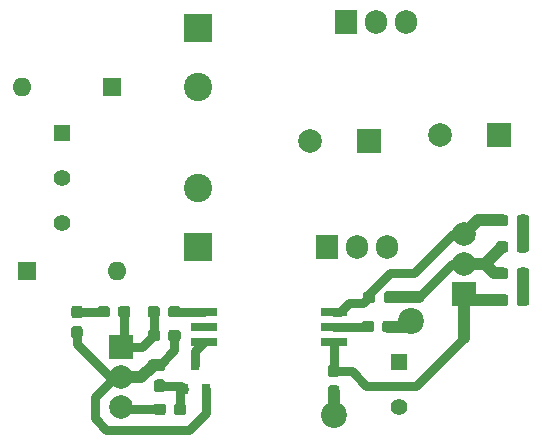
<source format=gbr>
G04 #@! TF.GenerationSoftware,KiCad,Pcbnew,(5.0.0)*
G04 #@! TF.CreationDate,2019-11-15T18:54:58-03:00*
G04 #@! TF.ProjectId,driver_alto,6472697665725F616C746F2E6B696361,rev?*
G04 #@! TF.SameCoordinates,Original*
G04 #@! TF.FileFunction,Copper,L1,Top,Signal*
G04 #@! TF.FilePolarity,Positive*
%FSLAX46Y46*%
G04 Gerber Fmt 4.6, Leading zero omitted, Abs format (unit mm)*
G04 Created by KiCad (PCBNEW (5.0.0)) date 11/15/19 18:54:58*
%MOMM*%
%LPD*%
G01*
G04 APERTURE LIST*
G04 #@! TA.AperFunction,SMDPad,CuDef*
%ADD10R,0.800000X0.900000*%
G04 #@! TD*
G04 #@! TA.AperFunction,Conductor*
%ADD11C,0.050000*%
G04 #@! TD*
G04 #@! TA.AperFunction,SMDPad,CuDef*
%ADD12C,0.950000*%
G04 #@! TD*
G04 #@! TA.AperFunction,ComponentPad*
%ADD13R,1.600000X1.600000*%
G04 #@! TD*
G04 #@! TA.AperFunction,ComponentPad*
%ADD14O,1.600000X1.600000*%
G04 #@! TD*
G04 #@! TA.AperFunction,ComponentPad*
%ADD15C,2.000000*%
G04 #@! TD*
G04 #@! TA.AperFunction,ComponentPad*
%ADD16R,2.000000X2.000000*%
G04 #@! TD*
G04 #@! TA.AperFunction,SMDPad,CuDef*
%ADD17R,2.200000X0.760000*%
G04 #@! TD*
G04 #@! TA.AperFunction,ComponentPad*
%ADD18C,2.400000*%
G04 #@! TD*
G04 #@! TA.AperFunction,ComponentPad*
%ADD19R,2.400000X2.400000*%
G04 #@! TD*
G04 #@! TA.AperFunction,ComponentPad*
%ADD20C,1.400000*%
G04 #@! TD*
G04 #@! TA.AperFunction,ComponentPad*
%ADD21R,1.400000X1.400000*%
G04 #@! TD*
G04 #@! TA.AperFunction,ComponentPad*
%ADD22R,1.905000X2.000000*%
G04 #@! TD*
G04 #@! TA.AperFunction,ComponentPad*
%ADD23O,1.905000X2.000000*%
G04 #@! TD*
G04 #@! TA.AperFunction,ViaPad*
%ADD24C,2.200000*%
G04 #@! TD*
G04 #@! TA.AperFunction,Conductor*
%ADD25C,0.750000*%
G04 #@! TD*
G04 #@! TA.AperFunction,Conductor*
%ADD26C,1.000000*%
G04 #@! TD*
G04 #@! TA.AperFunction,Conductor*
%ADD27C,0.800000*%
G04 #@! TD*
G04 #@! TA.AperFunction,Conductor*
%ADD28C,0.500000*%
G04 #@! TD*
G04 APERTURE END LIST*
D10*
G04 #@! TO.P,Q1,1*
G04 #@! TO.N,Net-(Q1-Pad1)*
X113800000Y-82000000D03*
G04 #@! TO.P,Q1,2*
G04 #@! TO.N,GND*
X115700000Y-82000000D03*
G04 #@! TO.P,Q1,3*
G04 #@! TO.N,Net-(Q1-Pad3)*
X114750000Y-80000000D03*
G04 #@! TD*
D11*
G04 #@! TO.N,/VEE*
G04 #@! TO.C,D5*
G36*
X141060779Y-74026144D02*
X141083834Y-74029563D01*
X141106443Y-74035227D01*
X141128387Y-74043079D01*
X141149457Y-74053044D01*
X141169448Y-74065026D01*
X141188168Y-74078910D01*
X141205438Y-74094562D01*
X141221090Y-74111832D01*
X141234974Y-74130552D01*
X141246956Y-74150543D01*
X141256921Y-74171613D01*
X141264773Y-74193557D01*
X141270437Y-74216166D01*
X141273856Y-74239221D01*
X141275000Y-74262500D01*
X141275000Y-74737500D01*
X141273856Y-74760779D01*
X141270437Y-74783834D01*
X141264773Y-74806443D01*
X141256921Y-74828387D01*
X141246956Y-74849457D01*
X141234974Y-74869448D01*
X141221090Y-74888168D01*
X141205438Y-74905438D01*
X141188168Y-74921090D01*
X141169448Y-74934974D01*
X141149457Y-74946956D01*
X141128387Y-74956921D01*
X141106443Y-74964773D01*
X141083834Y-74970437D01*
X141060779Y-74973856D01*
X141037500Y-74975000D01*
X140462500Y-74975000D01*
X140439221Y-74973856D01*
X140416166Y-74970437D01*
X140393557Y-74964773D01*
X140371613Y-74956921D01*
X140350543Y-74946956D01*
X140330552Y-74934974D01*
X140311832Y-74921090D01*
X140294562Y-74905438D01*
X140278910Y-74888168D01*
X140265026Y-74869448D01*
X140253044Y-74849457D01*
X140243079Y-74828387D01*
X140235227Y-74806443D01*
X140229563Y-74783834D01*
X140226144Y-74760779D01*
X140225000Y-74737500D01*
X140225000Y-74262500D01*
X140226144Y-74239221D01*
X140229563Y-74216166D01*
X140235227Y-74193557D01*
X140243079Y-74171613D01*
X140253044Y-74150543D01*
X140265026Y-74130552D01*
X140278910Y-74111832D01*
X140294562Y-74094562D01*
X140311832Y-74078910D01*
X140330552Y-74065026D01*
X140350543Y-74053044D01*
X140371613Y-74043079D01*
X140393557Y-74035227D01*
X140416166Y-74029563D01*
X140439221Y-74026144D01*
X140462500Y-74025000D01*
X141037500Y-74025000D01*
X141060779Y-74026144D01*
X141060779Y-74026144D01*
G37*
D12*
G04 #@! TD*
G04 #@! TO.P,D5,1*
G04 #@! TO.N,/VEE*
X140750000Y-74500000D03*
D11*
G04 #@! TO.N,Net-(D5-Pad2)*
G04 #@! TO.C,D5*
G36*
X142810779Y-74026144D02*
X142833834Y-74029563D01*
X142856443Y-74035227D01*
X142878387Y-74043079D01*
X142899457Y-74053044D01*
X142919448Y-74065026D01*
X142938168Y-74078910D01*
X142955438Y-74094562D01*
X142971090Y-74111832D01*
X142984974Y-74130552D01*
X142996956Y-74150543D01*
X143006921Y-74171613D01*
X143014773Y-74193557D01*
X143020437Y-74216166D01*
X143023856Y-74239221D01*
X143025000Y-74262500D01*
X143025000Y-74737500D01*
X143023856Y-74760779D01*
X143020437Y-74783834D01*
X143014773Y-74806443D01*
X143006921Y-74828387D01*
X142996956Y-74849457D01*
X142984974Y-74869448D01*
X142971090Y-74888168D01*
X142955438Y-74905438D01*
X142938168Y-74921090D01*
X142919448Y-74934974D01*
X142899457Y-74946956D01*
X142878387Y-74956921D01*
X142856443Y-74964773D01*
X142833834Y-74970437D01*
X142810779Y-74973856D01*
X142787500Y-74975000D01*
X142212500Y-74975000D01*
X142189221Y-74973856D01*
X142166166Y-74970437D01*
X142143557Y-74964773D01*
X142121613Y-74956921D01*
X142100543Y-74946956D01*
X142080552Y-74934974D01*
X142061832Y-74921090D01*
X142044562Y-74905438D01*
X142028910Y-74888168D01*
X142015026Y-74869448D01*
X142003044Y-74849457D01*
X141993079Y-74828387D01*
X141985227Y-74806443D01*
X141979563Y-74783834D01*
X141976144Y-74760779D01*
X141975000Y-74737500D01*
X141975000Y-74262500D01*
X141976144Y-74239221D01*
X141979563Y-74216166D01*
X141985227Y-74193557D01*
X141993079Y-74171613D01*
X142003044Y-74150543D01*
X142015026Y-74130552D01*
X142028910Y-74111832D01*
X142044562Y-74094562D01*
X142061832Y-74078910D01*
X142080552Y-74065026D01*
X142100543Y-74053044D01*
X142121613Y-74043079D01*
X142143557Y-74035227D01*
X142166166Y-74029563D01*
X142189221Y-74026144D01*
X142212500Y-74025000D01*
X142787500Y-74025000D01*
X142810779Y-74026144D01*
X142810779Y-74026144D01*
G37*
D12*
G04 #@! TD*
G04 #@! TO.P,D5,2*
G04 #@! TO.N,Net-(D5-Pad2)*
X142500000Y-74500000D03*
D11*
G04 #@! TO.N,GNDREF*
G04 #@! TO.C,R7*
G36*
X141060779Y-71776144D02*
X141083834Y-71779563D01*
X141106443Y-71785227D01*
X141128387Y-71793079D01*
X141149457Y-71803044D01*
X141169448Y-71815026D01*
X141188168Y-71828910D01*
X141205438Y-71844562D01*
X141221090Y-71861832D01*
X141234974Y-71880552D01*
X141246956Y-71900543D01*
X141256921Y-71921613D01*
X141264773Y-71943557D01*
X141270437Y-71966166D01*
X141273856Y-71989221D01*
X141275000Y-72012500D01*
X141275000Y-72487500D01*
X141273856Y-72510779D01*
X141270437Y-72533834D01*
X141264773Y-72556443D01*
X141256921Y-72578387D01*
X141246956Y-72599457D01*
X141234974Y-72619448D01*
X141221090Y-72638168D01*
X141205438Y-72655438D01*
X141188168Y-72671090D01*
X141169448Y-72684974D01*
X141149457Y-72696956D01*
X141128387Y-72706921D01*
X141106443Y-72714773D01*
X141083834Y-72720437D01*
X141060779Y-72723856D01*
X141037500Y-72725000D01*
X140462500Y-72725000D01*
X140439221Y-72723856D01*
X140416166Y-72720437D01*
X140393557Y-72714773D01*
X140371613Y-72706921D01*
X140350543Y-72696956D01*
X140330552Y-72684974D01*
X140311832Y-72671090D01*
X140294562Y-72655438D01*
X140278910Y-72638168D01*
X140265026Y-72619448D01*
X140253044Y-72599457D01*
X140243079Y-72578387D01*
X140235227Y-72556443D01*
X140229563Y-72533834D01*
X140226144Y-72510779D01*
X140225000Y-72487500D01*
X140225000Y-72012500D01*
X140226144Y-71989221D01*
X140229563Y-71966166D01*
X140235227Y-71943557D01*
X140243079Y-71921613D01*
X140253044Y-71900543D01*
X140265026Y-71880552D01*
X140278910Y-71861832D01*
X140294562Y-71844562D01*
X140311832Y-71828910D01*
X140330552Y-71815026D01*
X140350543Y-71803044D01*
X140371613Y-71793079D01*
X140393557Y-71785227D01*
X140416166Y-71779563D01*
X140439221Y-71776144D01*
X140462500Y-71775000D01*
X141037500Y-71775000D01*
X141060779Y-71776144D01*
X141060779Y-71776144D01*
G37*
D12*
G04 #@! TD*
G04 #@! TO.P,R7,1*
G04 #@! TO.N,GNDREF*
X140750000Y-72250000D03*
D11*
G04 #@! TO.N,Net-(D5-Pad2)*
G04 #@! TO.C,R7*
G36*
X142810779Y-71776144D02*
X142833834Y-71779563D01*
X142856443Y-71785227D01*
X142878387Y-71793079D01*
X142899457Y-71803044D01*
X142919448Y-71815026D01*
X142938168Y-71828910D01*
X142955438Y-71844562D01*
X142971090Y-71861832D01*
X142984974Y-71880552D01*
X142996956Y-71900543D01*
X143006921Y-71921613D01*
X143014773Y-71943557D01*
X143020437Y-71966166D01*
X143023856Y-71989221D01*
X143025000Y-72012500D01*
X143025000Y-72487500D01*
X143023856Y-72510779D01*
X143020437Y-72533834D01*
X143014773Y-72556443D01*
X143006921Y-72578387D01*
X142996956Y-72599457D01*
X142984974Y-72619448D01*
X142971090Y-72638168D01*
X142955438Y-72655438D01*
X142938168Y-72671090D01*
X142919448Y-72684974D01*
X142899457Y-72696956D01*
X142878387Y-72706921D01*
X142856443Y-72714773D01*
X142833834Y-72720437D01*
X142810779Y-72723856D01*
X142787500Y-72725000D01*
X142212500Y-72725000D01*
X142189221Y-72723856D01*
X142166166Y-72720437D01*
X142143557Y-72714773D01*
X142121613Y-72706921D01*
X142100543Y-72696956D01*
X142080552Y-72684974D01*
X142061832Y-72671090D01*
X142044562Y-72655438D01*
X142028910Y-72638168D01*
X142015026Y-72619448D01*
X142003044Y-72599457D01*
X141993079Y-72578387D01*
X141985227Y-72556443D01*
X141979563Y-72533834D01*
X141976144Y-72510779D01*
X141975000Y-72487500D01*
X141975000Y-72012500D01*
X141976144Y-71989221D01*
X141979563Y-71966166D01*
X141985227Y-71943557D01*
X141993079Y-71921613D01*
X142003044Y-71900543D01*
X142015026Y-71880552D01*
X142028910Y-71861832D01*
X142044562Y-71844562D01*
X142061832Y-71828910D01*
X142080552Y-71815026D01*
X142100543Y-71803044D01*
X142121613Y-71793079D01*
X142143557Y-71785227D01*
X142166166Y-71779563D01*
X142189221Y-71776144D01*
X142212500Y-71775000D01*
X142787500Y-71775000D01*
X142810779Y-71776144D01*
X142810779Y-71776144D01*
G37*
D12*
G04 #@! TD*
G04 #@! TO.P,R7,2*
G04 #@! TO.N,Net-(D5-Pad2)*
X142500000Y-72250000D03*
D13*
G04 #@! TO.P,D2,1*
G04 #@! TO.N,Net-(D2-Pad1)*
X100500000Y-72000000D03*
D14*
G04 #@! TO.P,D2,2*
G04 #@! TO.N,Net-(C2-Pad1)*
X108120000Y-72000000D03*
G04 #@! TD*
D13*
G04 #@! TO.P,D1,1*
G04 #@! TO.N,Net-(C1-Pad1)*
X107750000Y-56500000D03*
D14*
G04 #@! TO.P,D1,2*
G04 #@! TO.N,Net-(D1-Pad2)*
X100130000Y-56500000D03*
G04 #@! TD*
D15*
G04 #@! TO.P,C10,2*
G04 #@! TO.N,GNDREF*
X135500000Y-60500000D03*
D16*
G04 #@! TO.P,C10,1*
G04 #@! TO.N,/VCC*
X140500000Y-60500000D03*
G04 #@! TD*
G04 #@! TO.P,C11,1*
G04 #@! TO.N,/VEE*
X129500000Y-61000000D03*
D15*
G04 #@! TO.P,C11,2*
G04 #@! TO.N,GNDREF*
X124500000Y-61000000D03*
G04 #@! TD*
D11*
G04 #@! TO.N,/VDD*
G04 #@! TO.C,D3*
G36*
X109060779Y-75026144D02*
X109083834Y-75029563D01*
X109106443Y-75035227D01*
X109128387Y-75043079D01*
X109149457Y-75053044D01*
X109169448Y-75065026D01*
X109188168Y-75078910D01*
X109205438Y-75094562D01*
X109221090Y-75111832D01*
X109234974Y-75130552D01*
X109246956Y-75150543D01*
X109256921Y-75171613D01*
X109264773Y-75193557D01*
X109270437Y-75216166D01*
X109273856Y-75239221D01*
X109275000Y-75262500D01*
X109275000Y-75737500D01*
X109273856Y-75760779D01*
X109270437Y-75783834D01*
X109264773Y-75806443D01*
X109256921Y-75828387D01*
X109246956Y-75849457D01*
X109234974Y-75869448D01*
X109221090Y-75888168D01*
X109205438Y-75905438D01*
X109188168Y-75921090D01*
X109169448Y-75934974D01*
X109149457Y-75946956D01*
X109128387Y-75956921D01*
X109106443Y-75964773D01*
X109083834Y-75970437D01*
X109060779Y-75973856D01*
X109037500Y-75975000D01*
X108462500Y-75975000D01*
X108439221Y-75973856D01*
X108416166Y-75970437D01*
X108393557Y-75964773D01*
X108371613Y-75956921D01*
X108350543Y-75946956D01*
X108330552Y-75934974D01*
X108311832Y-75921090D01*
X108294562Y-75905438D01*
X108278910Y-75888168D01*
X108265026Y-75869448D01*
X108253044Y-75849457D01*
X108243079Y-75828387D01*
X108235227Y-75806443D01*
X108229563Y-75783834D01*
X108226144Y-75760779D01*
X108225000Y-75737500D01*
X108225000Y-75262500D01*
X108226144Y-75239221D01*
X108229563Y-75216166D01*
X108235227Y-75193557D01*
X108243079Y-75171613D01*
X108253044Y-75150543D01*
X108265026Y-75130552D01*
X108278910Y-75111832D01*
X108294562Y-75094562D01*
X108311832Y-75078910D01*
X108330552Y-75065026D01*
X108350543Y-75053044D01*
X108371613Y-75043079D01*
X108393557Y-75035227D01*
X108416166Y-75029563D01*
X108439221Y-75026144D01*
X108462500Y-75025000D01*
X109037500Y-75025000D01*
X109060779Y-75026144D01*
X109060779Y-75026144D01*
G37*
D12*
G04 #@! TD*
G04 #@! TO.P,D3,2*
G04 #@! TO.N,/VDD*
X108750000Y-75500000D03*
D11*
G04 #@! TO.N,Net-(D3-Pad1)*
G04 #@! TO.C,D3*
G36*
X107310779Y-75026144D02*
X107333834Y-75029563D01*
X107356443Y-75035227D01*
X107378387Y-75043079D01*
X107399457Y-75053044D01*
X107419448Y-75065026D01*
X107438168Y-75078910D01*
X107455438Y-75094562D01*
X107471090Y-75111832D01*
X107484974Y-75130552D01*
X107496956Y-75150543D01*
X107506921Y-75171613D01*
X107514773Y-75193557D01*
X107520437Y-75216166D01*
X107523856Y-75239221D01*
X107525000Y-75262500D01*
X107525000Y-75737500D01*
X107523856Y-75760779D01*
X107520437Y-75783834D01*
X107514773Y-75806443D01*
X107506921Y-75828387D01*
X107496956Y-75849457D01*
X107484974Y-75869448D01*
X107471090Y-75888168D01*
X107455438Y-75905438D01*
X107438168Y-75921090D01*
X107419448Y-75934974D01*
X107399457Y-75946956D01*
X107378387Y-75956921D01*
X107356443Y-75964773D01*
X107333834Y-75970437D01*
X107310779Y-75973856D01*
X107287500Y-75975000D01*
X106712500Y-75975000D01*
X106689221Y-75973856D01*
X106666166Y-75970437D01*
X106643557Y-75964773D01*
X106621613Y-75956921D01*
X106600543Y-75946956D01*
X106580552Y-75934974D01*
X106561832Y-75921090D01*
X106544562Y-75905438D01*
X106528910Y-75888168D01*
X106515026Y-75869448D01*
X106503044Y-75849457D01*
X106493079Y-75828387D01*
X106485227Y-75806443D01*
X106479563Y-75783834D01*
X106476144Y-75760779D01*
X106475000Y-75737500D01*
X106475000Y-75262500D01*
X106476144Y-75239221D01*
X106479563Y-75216166D01*
X106485227Y-75193557D01*
X106493079Y-75171613D01*
X106503044Y-75150543D01*
X106515026Y-75130552D01*
X106528910Y-75111832D01*
X106544562Y-75094562D01*
X106561832Y-75078910D01*
X106580552Y-75065026D01*
X106600543Y-75053044D01*
X106621613Y-75043079D01*
X106643557Y-75035227D01*
X106666166Y-75029563D01*
X106689221Y-75026144D01*
X106712500Y-75025000D01*
X107287500Y-75025000D01*
X107310779Y-75026144D01*
X107310779Y-75026144D01*
G37*
D12*
G04 #@! TD*
G04 #@! TO.P,D3,1*
G04 #@! TO.N,Net-(D3-Pad1)*
X107000000Y-75500000D03*
D11*
G04 #@! TO.N,Net-(D4-Pad1)*
G04 #@! TO.C,D4*
G36*
X142810779Y-67276144D02*
X142833834Y-67279563D01*
X142856443Y-67285227D01*
X142878387Y-67293079D01*
X142899457Y-67303044D01*
X142919448Y-67315026D01*
X142938168Y-67328910D01*
X142955438Y-67344562D01*
X142971090Y-67361832D01*
X142984974Y-67380552D01*
X142996956Y-67400543D01*
X143006921Y-67421613D01*
X143014773Y-67443557D01*
X143020437Y-67466166D01*
X143023856Y-67489221D01*
X143025000Y-67512500D01*
X143025000Y-67987500D01*
X143023856Y-68010779D01*
X143020437Y-68033834D01*
X143014773Y-68056443D01*
X143006921Y-68078387D01*
X142996956Y-68099457D01*
X142984974Y-68119448D01*
X142971090Y-68138168D01*
X142955438Y-68155438D01*
X142938168Y-68171090D01*
X142919448Y-68184974D01*
X142899457Y-68196956D01*
X142878387Y-68206921D01*
X142856443Y-68214773D01*
X142833834Y-68220437D01*
X142810779Y-68223856D01*
X142787500Y-68225000D01*
X142212500Y-68225000D01*
X142189221Y-68223856D01*
X142166166Y-68220437D01*
X142143557Y-68214773D01*
X142121613Y-68206921D01*
X142100543Y-68196956D01*
X142080552Y-68184974D01*
X142061832Y-68171090D01*
X142044562Y-68155438D01*
X142028910Y-68138168D01*
X142015026Y-68119448D01*
X142003044Y-68099457D01*
X141993079Y-68078387D01*
X141985227Y-68056443D01*
X141979563Y-68033834D01*
X141976144Y-68010779D01*
X141975000Y-67987500D01*
X141975000Y-67512500D01*
X141976144Y-67489221D01*
X141979563Y-67466166D01*
X141985227Y-67443557D01*
X141993079Y-67421613D01*
X142003044Y-67400543D01*
X142015026Y-67380552D01*
X142028910Y-67361832D01*
X142044562Y-67344562D01*
X142061832Y-67328910D01*
X142080552Y-67315026D01*
X142100543Y-67303044D01*
X142121613Y-67293079D01*
X142143557Y-67285227D01*
X142166166Y-67279563D01*
X142189221Y-67276144D01*
X142212500Y-67275000D01*
X142787500Y-67275000D01*
X142810779Y-67276144D01*
X142810779Y-67276144D01*
G37*
D12*
G04 #@! TD*
G04 #@! TO.P,D4,1*
G04 #@! TO.N,Net-(D4-Pad1)*
X142500000Y-67750000D03*
D11*
G04 #@! TO.N,/VCC*
G04 #@! TO.C,D4*
G36*
X141060779Y-67276144D02*
X141083834Y-67279563D01*
X141106443Y-67285227D01*
X141128387Y-67293079D01*
X141149457Y-67303044D01*
X141169448Y-67315026D01*
X141188168Y-67328910D01*
X141205438Y-67344562D01*
X141221090Y-67361832D01*
X141234974Y-67380552D01*
X141246956Y-67400543D01*
X141256921Y-67421613D01*
X141264773Y-67443557D01*
X141270437Y-67466166D01*
X141273856Y-67489221D01*
X141275000Y-67512500D01*
X141275000Y-67987500D01*
X141273856Y-68010779D01*
X141270437Y-68033834D01*
X141264773Y-68056443D01*
X141256921Y-68078387D01*
X141246956Y-68099457D01*
X141234974Y-68119448D01*
X141221090Y-68138168D01*
X141205438Y-68155438D01*
X141188168Y-68171090D01*
X141169448Y-68184974D01*
X141149457Y-68196956D01*
X141128387Y-68206921D01*
X141106443Y-68214773D01*
X141083834Y-68220437D01*
X141060779Y-68223856D01*
X141037500Y-68225000D01*
X140462500Y-68225000D01*
X140439221Y-68223856D01*
X140416166Y-68220437D01*
X140393557Y-68214773D01*
X140371613Y-68206921D01*
X140350543Y-68196956D01*
X140330552Y-68184974D01*
X140311832Y-68171090D01*
X140294562Y-68155438D01*
X140278910Y-68138168D01*
X140265026Y-68119448D01*
X140253044Y-68099457D01*
X140243079Y-68078387D01*
X140235227Y-68056443D01*
X140229563Y-68033834D01*
X140226144Y-68010779D01*
X140225000Y-67987500D01*
X140225000Y-67512500D01*
X140226144Y-67489221D01*
X140229563Y-67466166D01*
X140235227Y-67443557D01*
X140243079Y-67421613D01*
X140253044Y-67400543D01*
X140265026Y-67380552D01*
X140278910Y-67361832D01*
X140294562Y-67344562D01*
X140311832Y-67328910D01*
X140330552Y-67315026D01*
X140350543Y-67303044D01*
X140371613Y-67293079D01*
X140393557Y-67285227D01*
X140416166Y-67279563D01*
X140439221Y-67276144D01*
X140462500Y-67275000D01*
X141037500Y-67275000D01*
X141060779Y-67276144D01*
X141060779Y-67276144D01*
G37*
D12*
G04 #@! TD*
G04 #@! TO.P,D4,2*
G04 #@! TO.N,/VCC*
X140750000Y-67750000D03*
D11*
G04 #@! TO.N,GNDREF*
G04 #@! TO.C,C8*
G36*
X131560779Y-73776144D02*
X131583834Y-73779563D01*
X131606443Y-73785227D01*
X131628387Y-73793079D01*
X131649457Y-73803044D01*
X131669448Y-73815026D01*
X131688168Y-73828910D01*
X131705438Y-73844562D01*
X131721090Y-73861832D01*
X131734974Y-73880552D01*
X131746956Y-73900543D01*
X131756921Y-73921613D01*
X131764773Y-73943557D01*
X131770437Y-73966166D01*
X131773856Y-73989221D01*
X131775000Y-74012500D01*
X131775000Y-74487500D01*
X131773856Y-74510779D01*
X131770437Y-74533834D01*
X131764773Y-74556443D01*
X131756921Y-74578387D01*
X131746956Y-74599457D01*
X131734974Y-74619448D01*
X131721090Y-74638168D01*
X131705438Y-74655438D01*
X131688168Y-74671090D01*
X131669448Y-74684974D01*
X131649457Y-74696956D01*
X131628387Y-74706921D01*
X131606443Y-74714773D01*
X131583834Y-74720437D01*
X131560779Y-74723856D01*
X131537500Y-74725000D01*
X130962500Y-74725000D01*
X130939221Y-74723856D01*
X130916166Y-74720437D01*
X130893557Y-74714773D01*
X130871613Y-74706921D01*
X130850543Y-74696956D01*
X130830552Y-74684974D01*
X130811832Y-74671090D01*
X130794562Y-74655438D01*
X130778910Y-74638168D01*
X130765026Y-74619448D01*
X130753044Y-74599457D01*
X130743079Y-74578387D01*
X130735227Y-74556443D01*
X130729563Y-74533834D01*
X130726144Y-74510779D01*
X130725000Y-74487500D01*
X130725000Y-74012500D01*
X130726144Y-73989221D01*
X130729563Y-73966166D01*
X130735227Y-73943557D01*
X130743079Y-73921613D01*
X130753044Y-73900543D01*
X130765026Y-73880552D01*
X130778910Y-73861832D01*
X130794562Y-73844562D01*
X130811832Y-73828910D01*
X130830552Y-73815026D01*
X130850543Y-73803044D01*
X130871613Y-73793079D01*
X130893557Y-73785227D01*
X130916166Y-73779563D01*
X130939221Y-73776144D01*
X130962500Y-73775000D01*
X131537500Y-73775000D01*
X131560779Y-73776144D01*
X131560779Y-73776144D01*
G37*
D12*
G04 #@! TD*
G04 #@! TO.P,C8,2*
G04 #@! TO.N,GNDREF*
X131250000Y-74250000D03*
D11*
G04 #@! TO.N,/VCC*
G04 #@! TO.C,C8*
G36*
X129810779Y-73776144D02*
X129833834Y-73779563D01*
X129856443Y-73785227D01*
X129878387Y-73793079D01*
X129899457Y-73803044D01*
X129919448Y-73815026D01*
X129938168Y-73828910D01*
X129955438Y-73844562D01*
X129971090Y-73861832D01*
X129984974Y-73880552D01*
X129996956Y-73900543D01*
X130006921Y-73921613D01*
X130014773Y-73943557D01*
X130020437Y-73966166D01*
X130023856Y-73989221D01*
X130025000Y-74012500D01*
X130025000Y-74487500D01*
X130023856Y-74510779D01*
X130020437Y-74533834D01*
X130014773Y-74556443D01*
X130006921Y-74578387D01*
X129996956Y-74599457D01*
X129984974Y-74619448D01*
X129971090Y-74638168D01*
X129955438Y-74655438D01*
X129938168Y-74671090D01*
X129919448Y-74684974D01*
X129899457Y-74696956D01*
X129878387Y-74706921D01*
X129856443Y-74714773D01*
X129833834Y-74720437D01*
X129810779Y-74723856D01*
X129787500Y-74725000D01*
X129212500Y-74725000D01*
X129189221Y-74723856D01*
X129166166Y-74720437D01*
X129143557Y-74714773D01*
X129121613Y-74706921D01*
X129100543Y-74696956D01*
X129080552Y-74684974D01*
X129061832Y-74671090D01*
X129044562Y-74655438D01*
X129028910Y-74638168D01*
X129015026Y-74619448D01*
X129003044Y-74599457D01*
X128993079Y-74578387D01*
X128985227Y-74556443D01*
X128979563Y-74533834D01*
X128976144Y-74510779D01*
X128975000Y-74487500D01*
X128975000Y-74012500D01*
X128976144Y-73989221D01*
X128979563Y-73966166D01*
X128985227Y-73943557D01*
X128993079Y-73921613D01*
X129003044Y-73900543D01*
X129015026Y-73880552D01*
X129028910Y-73861832D01*
X129044562Y-73844562D01*
X129061832Y-73828910D01*
X129080552Y-73815026D01*
X129100543Y-73803044D01*
X129121613Y-73793079D01*
X129143557Y-73785227D01*
X129166166Y-73779563D01*
X129189221Y-73776144D01*
X129212500Y-73775000D01*
X129787500Y-73775000D01*
X129810779Y-73776144D01*
X129810779Y-73776144D01*
G37*
D12*
G04 #@! TD*
G04 #@! TO.P,C8,1*
G04 #@! TO.N,/VCC*
X129500000Y-74250000D03*
D11*
G04 #@! TO.N,GNDREF*
G04 #@! TO.C,C9*
G36*
X126760779Y-81726144D02*
X126783834Y-81729563D01*
X126806443Y-81735227D01*
X126828387Y-81743079D01*
X126849457Y-81753044D01*
X126869448Y-81765026D01*
X126888168Y-81778910D01*
X126905438Y-81794562D01*
X126921090Y-81811832D01*
X126934974Y-81830552D01*
X126946956Y-81850543D01*
X126956921Y-81871613D01*
X126964773Y-81893557D01*
X126970437Y-81916166D01*
X126973856Y-81939221D01*
X126975000Y-81962500D01*
X126975000Y-82537500D01*
X126973856Y-82560779D01*
X126970437Y-82583834D01*
X126964773Y-82606443D01*
X126956921Y-82628387D01*
X126946956Y-82649457D01*
X126934974Y-82669448D01*
X126921090Y-82688168D01*
X126905438Y-82705438D01*
X126888168Y-82721090D01*
X126869448Y-82734974D01*
X126849457Y-82746956D01*
X126828387Y-82756921D01*
X126806443Y-82764773D01*
X126783834Y-82770437D01*
X126760779Y-82773856D01*
X126737500Y-82775000D01*
X126262500Y-82775000D01*
X126239221Y-82773856D01*
X126216166Y-82770437D01*
X126193557Y-82764773D01*
X126171613Y-82756921D01*
X126150543Y-82746956D01*
X126130552Y-82734974D01*
X126111832Y-82721090D01*
X126094562Y-82705438D01*
X126078910Y-82688168D01*
X126065026Y-82669448D01*
X126053044Y-82649457D01*
X126043079Y-82628387D01*
X126035227Y-82606443D01*
X126029563Y-82583834D01*
X126026144Y-82560779D01*
X126025000Y-82537500D01*
X126025000Y-81962500D01*
X126026144Y-81939221D01*
X126029563Y-81916166D01*
X126035227Y-81893557D01*
X126043079Y-81871613D01*
X126053044Y-81850543D01*
X126065026Y-81830552D01*
X126078910Y-81811832D01*
X126094562Y-81794562D01*
X126111832Y-81778910D01*
X126130552Y-81765026D01*
X126150543Y-81753044D01*
X126171613Y-81743079D01*
X126193557Y-81735227D01*
X126216166Y-81729563D01*
X126239221Y-81726144D01*
X126262500Y-81725000D01*
X126737500Y-81725000D01*
X126760779Y-81726144D01*
X126760779Y-81726144D01*
G37*
D12*
G04 #@! TD*
G04 #@! TO.P,C9,1*
G04 #@! TO.N,GNDREF*
X126500000Y-82250000D03*
D11*
G04 #@! TO.N,/VEE*
G04 #@! TO.C,C9*
G36*
X126760779Y-79976144D02*
X126783834Y-79979563D01*
X126806443Y-79985227D01*
X126828387Y-79993079D01*
X126849457Y-80003044D01*
X126869448Y-80015026D01*
X126888168Y-80028910D01*
X126905438Y-80044562D01*
X126921090Y-80061832D01*
X126934974Y-80080552D01*
X126946956Y-80100543D01*
X126956921Y-80121613D01*
X126964773Y-80143557D01*
X126970437Y-80166166D01*
X126973856Y-80189221D01*
X126975000Y-80212500D01*
X126975000Y-80787500D01*
X126973856Y-80810779D01*
X126970437Y-80833834D01*
X126964773Y-80856443D01*
X126956921Y-80878387D01*
X126946956Y-80899457D01*
X126934974Y-80919448D01*
X126921090Y-80938168D01*
X126905438Y-80955438D01*
X126888168Y-80971090D01*
X126869448Y-80984974D01*
X126849457Y-80996956D01*
X126828387Y-81006921D01*
X126806443Y-81014773D01*
X126783834Y-81020437D01*
X126760779Y-81023856D01*
X126737500Y-81025000D01*
X126262500Y-81025000D01*
X126239221Y-81023856D01*
X126216166Y-81020437D01*
X126193557Y-81014773D01*
X126171613Y-81006921D01*
X126150543Y-80996956D01*
X126130552Y-80984974D01*
X126111832Y-80971090D01*
X126094562Y-80955438D01*
X126078910Y-80938168D01*
X126065026Y-80919448D01*
X126053044Y-80899457D01*
X126043079Y-80878387D01*
X126035227Y-80856443D01*
X126029563Y-80833834D01*
X126026144Y-80810779D01*
X126025000Y-80787500D01*
X126025000Y-80212500D01*
X126026144Y-80189221D01*
X126029563Y-80166166D01*
X126035227Y-80143557D01*
X126043079Y-80121613D01*
X126053044Y-80100543D01*
X126065026Y-80080552D01*
X126078910Y-80061832D01*
X126094562Y-80044562D01*
X126111832Y-80028910D01*
X126130552Y-80015026D01*
X126150543Y-80003044D01*
X126171613Y-79993079D01*
X126193557Y-79985227D01*
X126216166Y-79979563D01*
X126239221Y-79976144D01*
X126262500Y-79975000D01*
X126737500Y-79975000D01*
X126760779Y-79976144D01*
X126760779Y-79976144D01*
G37*
D12*
G04 #@! TD*
G04 #@! TO.P,C9,2*
G04 #@! TO.N,/VEE*
X126500000Y-80500000D03*
D11*
G04 #@! TO.N,Net-(R5-Pad2)*
G04 #@! TO.C,R5*
G36*
X129685779Y-76276144D02*
X129708834Y-76279563D01*
X129731443Y-76285227D01*
X129753387Y-76293079D01*
X129774457Y-76303044D01*
X129794448Y-76315026D01*
X129813168Y-76328910D01*
X129830438Y-76344562D01*
X129846090Y-76361832D01*
X129859974Y-76380552D01*
X129871956Y-76400543D01*
X129881921Y-76421613D01*
X129889773Y-76443557D01*
X129895437Y-76466166D01*
X129898856Y-76489221D01*
X129900000Y-76512500D01*
X129900000Y-76987500D01*
X129898856Y-77010779D01*
X129895437Y-77033834D01*
X129889773Y-77056443D01*
X129881921Y-77078387D01*
X129871956Y-77099457D01*
X129859974Y-77119448D01*
X129846090Y-77138168D01*
X129830438Y-77155438D01*
X129813168Y-77171090D01*
X129794448Y-77184974D01*
X129774457Y-77196956D01*
X129753387Y-77206921D01*
X129731443Y-77214773D01*
X129708834Y-77220437D01*
X129685779Y-77223856D01*
X129662500Y-77225000D01*
X129087500Y-77225000D01*
X129064221Y-77223856D01*
X129041166Y-77220437D01*
X129018557Y-77214773D01*
X128996613Y-77206921D01*
X128975543Y-77196956D01*
X128955552Y-77184974D01*
X128936832Y-77171090D01*
X128919562Y-77155438D01*
X128903910Y-77138168D01*
X128890026Y-77119448D01*
X128878044Y-77099457D01*
X128868079Y-77078387D01*
X128860227Y-77056443D01*
X128854563Y-77033834D01*
X128851144Y-77010779D01*
X128850000Y-76987500D01*
X128850000Y-76512500D01*
X128851144Y-76489221D01*
X128854563Y-76466166D01*
X128860227Y-76443557D01*
X128868079Y-76421613D01*
X128878044Y-76400543D01*
X128890026Y-76380552D01*
X128903910Y-76361832D01*
X128919562Y-76344562D01*
X128936832Y-76328910D01*
X128955552Y-76315026D01*
X128975543Y-76303044D01*
X128996613Y-76293079D01*
X129018557Y-76285227D01*
X129041166Y-76279563D01*
X129064221Y-76276144D01*
X129087500Y-76275000D01*
X129662500Y-76275000D01*
X129685779Y-76276144D01*
X129685779Y-76276144D01*
G37*
D12*
G04 #@! TD*
G04 #@! TO.P,R5,2*
G04 #@! TO.N,Net-(R5-Pad2)*
X129375000Y-76750000D03*
D11*
G04 #@! TO.N,Net-(J3-Pad1)*
G04 #@! TO.C,R5*
G36*
X131435779Y-76276144D02*
X131458834Y-76279563D01*
X131481443Y-76285227D01*
X131503387Y-76293079D01*
X131524457Y-76303044D01*
X131544448Y-76315026D01*
X131563168Y-76328910D01*
X131580438Y-76344562D01*
X131596090Y-76361832D01*
X131609974Y-76380552D01*
X131621956Y-76400543D01*
X131631921Y-76421613D01*
X131639773Y-76443557D01*
X131645437Y-76466166D01*
X131648856Y-76489221D01*
X131650000Y-76512500D01*
X131650000Y-76987500D01*
X131648856Y-77010779D01*
X131645437Y-77033834D01*
X131639773Y-77056443D01*
X131631921Y-77078387D01*
X131621956Y-77099457D01*
X131609974Y-77119448D01*
X131596090Y-77138168D01*
X131580438Y-77155438D01*
X131563168Y-77171090D01*
X131544448Y-77184974D01*
X131524457Y-77196956D01*
X131503387Y-77206921D01*
X131481443Y-77214773D01*
X131458834Y-77220437D01*
X131435779Y-77223856D01*
X131412500Y-77225000D01*
X130837500Y-77225000D01*
X130814221Y-77223856D01*
X130791166Y-77220437D01*
X130768557Y-77214773D01*
X130746613Y-77206921D01*
X130725543Y-77196956D01*
X130705552Y-77184974D01*
X130686832Y-77171090D01*
X130669562Y-77155438D01*
X130653910Y-77138168D01*
X130640026Y-77119448D01*
X130628044Y-77099457D01*
X130618079Y-77078387D01*
X130610227Y-77056443D01*
X130604563Y-77033834D01*
X130601144Y-77010779D01*
X130600000Y-76987500D01*
X130600000Y-76512500D01*
X130601144Y-76489221D01*
X130604563Y-76466166D01*
X130610227Y-76443557D01*
X130618079Y-76421613D01*
X130628044Y-76400543D01*
X130640026Y-76380552D01*
X130653910Y-76361832D01*
X130669562Y-76344562D01*
X130686832Y-76328910D01*
X130705552Y-76315026D01*
X130725543Y-76303044D01*
X130746613Y-76293079D01*
X130768557Y-76285227D01*
X130791166Y-76279563D01*
X130814221Y-76276144D01*
X130837500Y-76275000D01*
X131412500Y-76275000D01*
X131435779Y-76276144D01*
X131435779Y-76276144D01*
G37*
D12*
G04 #@! TD*
G04 #@! TO.P,R5,1*
G04 #@! TO.N,Net-(J3-Pad1)*
X131125000Y-76750000D03*
D11*
G04 #@! TO.N,GNDREF*
G04 #@! TO.C,R6*
G36*
X141060779Y-69526144D02*
X141083834Y-69529563D01*
X141106443Y-69535227D01*
X141128387Y-69543079D01*
X141149457Y-69553044D01*
X141169448Y-69565026D01*
X141188168Y-69578910D01*
X141205438Y-69594562D01*
X141221090Y-69611832D01*
X141234974Y-69630552D01*
X141246956Y-69650543D01*
X141256921Y-69671613D01*
X141264773Y-69693557D01*
X141270437Y-69716166D01*
X141273856Y-69739221D01*
X141275000Y-69762500D01*
X141275000Y-70237500D01*
X141273856Y-70260779D01*
X141270437Y-70283834D01*
X141264773Y-70306443D01*
X141256921Y-70328387D01*
X141246956Y-70349457D01*
X141234974Y-70369448D01*
X141221090Y-70388168D01*
X141205438Y-70405438D01*
X141188168Y-70421090D01*
X141169448Y-70434974D01*
X141149457Y-70446956D01*
X141128387Y-70456921D01*
X141106443Y-70464773D01*
X141083834Y-70470437D01*
X141060779Y-70473856D01*
X141037500Y-70475000D01*
X140462500Y-70475000D01*
X140439221Y-70473856D01*
X140416166Y-70470437D01*
X140393557Y-70464773D01*
X140371613Y-70456921D01*
X140350543Y-70446956D01*
X140330552Y-70434974D01*
X140311832Y-70421090D01*
X140294562Y-70405438D01*
X140278910Y-70388168D01*
X140265026Y-70369448D01*
X140253044Y-70349457D01*
X140243079Y-70328387D01*
X140235227Y-70306443D01*
X140229563Y-70283834D01*
X140226144Y-70260779D01*
X140225000Y-70237500D01*
X140225000Y-69762500D01*
X140226144Y-69739221D01*
X140229563Y-69716166D01*
X140235227Y-69693557D01*
X140243079Y-69671613D01*
X140253044Y-69650543D01*
X140265026Y-69630552D01*
X140278910Y-69611832D01*
X140294562Y-69594562D01*
X140311832Y-69578910D01*
X140330552Y-69565026D01*
X140350543Y-69553044D01*
X140371613Y-69543079D01*
X140393557Y-69535227D01*
X140416166Y-69529563D01*
X140439221Y-69526144D01*
X140462500Y-69525000D01*
X141037500Y-69525000D01*
X141060779Y-69526144D01*
X141060779Y-69526144D01*
G37*
D12*
G04 #@! TD*
G04 #@! TO.P,R6,1*
G04 #@! TO.N,GNDREF*
X140750000Y-70000000D03*
D11*
G04 #@! TO.N,Net-(D4-Pad1)*
G04 #@! TO.C,R6*
G36*
X142810779Y-69526144D02*
X142833834Y-69529563D01*
X142856443Y-69535227D01*
X142878387Y-69543079D01*
X142899457Y-69553044D01*
X142919448Y-69565026D01*
X142938168Y-69578910D01*
X142955438Y-69594562D01*
X142971090Y-69611832D01*
X142984974Y-69630552D01*
X142996956Y-69650543D01*
X143006921Y-69671613D01*
X143014773Y-69693557D01*
X143020437Y-69716166D01*
X143023856Y-69739221D01*
X143025000Y-69762500D01*
X143025000Y-70237500D01*
X143023856Y-70260779D01*
X143020437Y-70283834D01*
X143014773Y-70306443D01*
X143006921Y-70328387D01*
X142996956Y-70349457D01*
X142984974Y-70369448D01*
X142971090Y-70388168D01*
X142955438Y-70405438D01*
X142938168Y-70421090D01*
X142919448Y-70434974D01*
X142899457Y-70446956D01*
X142878387Y-70456921D01*
X142856443Y-70464773D01*
X142833834Y-70470437D01*
X142810779Y-70473856D01*
X142787500Y-70475000D01*
X142212500Y-70475000D01*
X142189221Y-70473856D01*
X142166166Y-70470437D01*
X142143557Y-70464773D01*
X142121613Y-70456921D01*
X142100543Y-70446956D01*
X142080552Y-70434974D01*
X142061832Y-70421090D01*
X142044562Y-70405438D01*
X142028910Y-70388168D01*
X142015026Y-70369448D01*
X142003044Y-70349457D01*
X141993079Y-70328387D01*
X141985227Y-70306443D01*
X141979563Y-70283834D01*
X141976144Y-70260779D01*
X141975000Y-70237500D01*
X141975000Y-69762500D01*
X141976144Y-69739221D01*
X141979563Y-69716166D01*
X141985227Y-69693557D01*
X141993079Y-69671613D01*
X142003044Y-69650543D01*
X142015026Y-69630552D01*
X142028910Y-69611832D01*
X142044562Y-69594562D01*
X142061832Y-69578910D01*
X142080552Y-69565026D01*
X142100543Y-69553044D01*
X142121613Y-69543079D01*
X142143557Y-69535227D01*
X142166166Y-69529563D01*
X142189221Y-69526144D01*
X142212500Y-69525000D01*
X142787500Y-69525000D01*
X142810779Y-69526144D01*
X142810779Y-69526144D01*
G37*
D12*
G04 #@! TD*
G04 #@! TO.P,R6,2*
G04 #@! TO.N,Net-(D4-Pad1)*
X142500000Y-70000000D03*
D15*
G04 #@! TO.P,J4,3*
G04 #@! TO.N,/VCC*
X137500000Y-68920000D03*
G04 #@! TO.P,J4,2*
G04 #@! TO.N,GNDREF*
X137500000Y-71460000D03*
D16*
G04 #@! TO.P,J4,1*
G04 #@! TO.N,/VEE*
X137500000Y-74000000D03*
G04 #@! TD*
G04 #@! TO.P,J2,1*
G04 #@! TO.N,/VDD*
X108500000Y-78500000D03*
D15*
G04 #@! TO.P,J2,2*
G04 #@! TO.N,GND*
X108500000Y-81040000D03*
G04 #@! TO.P,J2,3*
G04 #@! TO.N,Net-(J2-Pad3)*
X108500000Y-83580000D03*
G04 #@! TD*
D17*
G04 #@! TO.P,U3,1*
G04 #@! TO.N,Net-(R4-Pad1)*
X115500000Y-75500000D03*
G04 #@! TO.P,U3,2*
G04 #@! TO.N,Net-(U3-Pad2)*
X115500000Y-76770000D03*
G04 #@! TO.P,U3,3*
G04 #@! TO.N,Net-(Q1-Pad3)*
X115500000Y-78040000D03*
G04 #@! TO.P,U3,4*
G04 #@! TO.N,/VEE*
X126500000Y-78040000D03*
G04 #@! TO.P,U3,6*
G04 #@! TO.N,/VCC*
X126500000Y-75500000D03*
G04 #@! TO.P,U3,5*
G04 #@! TO.N,Net-(R5-Pad2)*
X126500000Y-76770000D03*
G04 #@! TD*
D18*
G04 #@! TO.P,C1,2*
G04 #@! TO.N,GNDREF*
X115000000Y-56500000D03*
D19*
G04 #@! TO.P,C1,1*
G04 #@! TO.N,Net-(C1-Pad1)*
X115000000Y-51500000D03*
G04 #@! TD*
G04 #@! TO.P,C2,1*
G04 #@! TO.N,Net-(C2-Pad1)*
X115000000Y-70000000D03*
D18*
G04 #@! TO.P,C2,2*
G04 #@! TO.N,GNDREF*
X115000000Y-65000000D03*
G04 #@! TD*
D11*
G04 #@! TO.N,/VDD*
G04 #@! TO.C,C3*
G36*
X111560779Y-77026144D02*
X111583834Y-77029563D01*
X111606443Y-77035227D01*
X111628387Y-77043079D01*
X111649457Y-77053044D01*
X111669448Y-77065026D01*
X111688168Y-77078910D01*
X111705438Y-77094562D01*
X111721090Y-77111832D01*
X111734974Y-77130552D01*
X111746956Y-77150543D01*
X111756921Y-77171613D01*
X111764773Y-77193557D01*
X111770437Y-77216166D01*
X111773856Y-77239221D01*
X111775000Y-77262500D01*
X111775000Y-77737500D01*
X111773856Y-77760779D01*
X111770437Y-77783834D01*
X111764773Y-77806443D01*
X111756921Y-77828387D01*
X111746956Y-77849457D01*
X111734974Y-77869448D01*
X111721090Y-77888168D01*
X111705438Y-77905438D01*
X111688168Y-77921090D01*
X111669448Y-77934974D01*
X111649457Y-77946956D01*
X111628387Y-77956921D01*
X111606443Y-77964773D01*
X111583834Y-77970437D01*
X111560779Y-77973856D01*
X111537500Y-77975000D01*
X110962500Y-77975000D01*
X110939221Y-77973856D01*
X110916166Y-77970437D01*
X110893557Y-77964773D01*
X110871613Y-77956921D01*
X110850543Y-77946956D01*
X110830552Y-77934974D01*
X110811832Y-77921090D01*
X110794562Y-77905438D01*
X110778910Y-77888168D01*
X110765026Y-77869448D01*
X110753044Y-77849457D01*
X110743079Y-77828387D01*
X110735227Y-77806443D01*
X110729563Y-77783834D01*
X110726144Y-77760779D01*
X110725000Y-77737500D01*
X110725000Y-77262500D01*
X110726144Y-77239221D01*
X110729563Y-77216166D01*
X110735227Y-77193557D01*
X110743079Y-77171613D01*
X110753044Y-77150543D01*
X110765026Y-77130552D01*
X110778910Y-77111832D01*
X110794562Y-77094562D01*
X110811832Y-77078910D01*
X110830552Y-77065026D01*
X110850543Y-77053044D01*
X110871613Y-77043079D01*
X110893557Y-77035227D01*
X110916166Y-77029563D01*
X110939221Y-77026144D01*
X110962500Y-77025000D01*
X111537500Y-77025000D01*
X111560779Y-77026144D01*
X111560779Y-77026144D01*
G37*
D12*
G04 #@! TD*
G04 #@! TO.P,C3,2*
G04 #@! TO.N,/VDD*
X111250000Y-77500000D03*
D11*
G04 #@! TO.N,GND*
G04 #@! TO.C,C3*
G36*
X113310779Y-77026144D02*
X113333834Y-77029563D01*
X113356443Y-77035227D01*
X113378387Y-77043079D01*
X113399457Y-77053044D01*
X113419448Y-77065026D01*
X113438168Y-77078910D01*
X113455438Y-77094562D01*
X113471090Y-77111832D01*
X113484974Y-77130552D01*
X113496956Y-77150543D01*
X113506921Y-77171613D01*
X113514773Y-77193557D01*
X113520437Y-77216166D01*
X113523856Y-77239221D01*
X113525000Y-77262500D01*
X113525000Y-77737500D01*
X113523856Y-77760779D01*
X113520437Y-77783834D01*
X113514773Y-77806443D01*
X113506921Y-77828387D01*
X113496956Y-77849457D01*
X113484974Y-77869448D01*
X113471090Y-77888168D01*
X113455438Y-77905438D01*
X113438168Y-77921090D01*
X113419448Y-77934974D01*
X113399457Y-77946956D01*
X113378387Y-77956921D01*
X113356443Y-77964773D01*
X113333834Y-77970437D01*
X113310779Y-77973856D01*
X113287500Y-77975000D01*
X112712500Y-77975000D01*
X112689221Y-77973856D01*
X112666166Y-77970437D01*
X112643557Y-77964773D01*
X112621613Y-77956921D01*
X112600543Y-77946956D01*
X112580552Y-77934974D01*
X112561832Y-77921090D01*
X112544562Y-77905438D01*
X112528910Y-77888168D01*
X112515026Y-77869448D01*
X112503044Y-77849457D01*
X112493079Y-77828387D01*
X112485227Y-77806443D01*
X112479563Y-77783834D01*
X112476144Y-77760779D01*
X112475000Y-77737500D01*
X112475000Y-77262500D01*
X112476144Y-77239221D01*
X112479563Y-77216166D01*
X112485227Y-77193557D01*
X112493079Y-77171613D01*
X112503044Y-77150543D01*
X112515026Y-77130552D01*
X112528910Y-77111832D01*
X112544562Y-77094562D01*
X112561832Y-77078910D01*
X112580552Y-77065026D01*
X112600543Y-77053044D01*
X112621613Y-77043079D01*
X112643557Y-77035227D01*
X112666166Y-77029563D01*
X112689221Y-77026144D01*
X112712500Y-77025000D01*
X113287500Y-77025000D01*
X113310779Y-77026144D01*
X113310779Y-77026144D01*
G37*
D12*
G04 #@! TD*
G04 #@! TO.P,C3,1*
G04 #@! TO.N,GND*
X113000000Y-77500000D03*
D20*
G04 #@! TO.P,J1,3*
G04 #@! TO.N,Net-(D2-Pad1)*
X103500000Y-68000000D03*
G04 #@! TO.P,J1,2*
G04 #@! TO.N,GNDREF*
X103500000Y-64190000D03*
D21*
G04 #@! TO.P,J1,1*
G04 #@! TO.N,Net-(D1-Pad2)*
X103500000Y-60380000D03*
G04 #@! TD*
G04 #@! TO.P,J3,1*
G04 #@! TO.N,Net-(J3-Pad1)*
X132000000Y-79750000D03*
D20*
G04 #@! TO.P,J3,2*
G04 #@! TO.N,GNDREF*
X132000000Y-83560000D03*
G04 #@! TD*
D11*
G04 #@! TO.N,Net-(D3-Pad1)*
G04 #@! TO.C,R1*
G36*
X105010779Y-74976144D02*
X105033834Y-74979563D01*
X105056443Y-74985227D01*
X105078387Y-74993079D01*
X105099457Y-75003044D01*
X105119448Y-75015026D01*
X105138168Y-75028910D01*
X105155438Y-75044562D01*
X105171090Y-75061832D01*
X105184974Y-75080552D01*
X105196956Y-75100543D01*
X105206921Y-75121613D01*
X105214773Y-75143557D01*
X105220437Y-75166166D01*
X105223856Y-75189221D01*
X105225000Y-75212500D01*
X105225000Y-75787500D01*
X105223856Y-75810779D01*
X105220437Y-75833834D01*
X105214773Y-75856443D01*
X105206921Y-75878387D01*
X105196956Y-75899457D01*
X105184974Y-75919448D01*
X105171090Y-75938168D01*
X105155438Y-75955438D01*
X105138168Y-75971090D01*
X105119448Y-75984974D01*
X105099457Y-75996956D01*
X105078387Y-76006921D01*
X105056443Y-76014773D01*
X105033834Y-76020437D01*
X105010779Y-76023856D01*
X104987500Y-76025000D01*
X104512500Y-76025000D01*
X104489221Y-76023856D01*
X104466166Y-76020437D01*
X104443557Y-76014773D01*
X104421613Y-76006921D01*
X104400543Y-75996956D01*
X104380552Y-75984974D01*
X104361832Y-75971090D01*
X104344562Y-75955438D01*
X104328910Y-75938168D01*
X104315026Y-75919448D01*
X104303044Y-75899457D01*
X104293079Y-75878387D01*
X104285227Y-75856443D01*
X104279563Y-75833834D01*
X104276144Y-75810779D01*
X104275000Y-75787500D01*
X104275000Y-75212500D01*
X104276144Y-75189221D01*
X104279563Y-75166166D01*
X104285227Y-75143557D01*
X104293079Y-75121613D01*
X104303044Y-75100543D01*
X104315026Y-75080552D01*
X104328910Y-75061832D01*
X104344562Y-75044562D01*
X104361832Y-75028910D01*
X104380552Y-75015026D01*
X104400543Y-75003044D01*
X104421613Y-74993079D01*
X104443557Y-74985227D01*
X104466166Y-74979563D01*
X104489221Y-74976144D01*
X104512500Y-74975000D01*
X104987500Y-74975000D01*
X105010779Y-74976144D01*
X105010779Y-74976144D01*
G37*
D12*
G04 #@! TD*
G04 #@! TO.P,R1,2*
G04 #@! TO.N,Net-(D3-Pad1)*
X104750000Y-75500000D03*
D11*
G04 #@! TO.N,GND*
G04 #@! TO.C,R1*
G36*
X105010779Y-76726144D02*
X105033834Y-76729563D01*
X105056443Y-76735227D01*
X105078387Y-76743079D01*
X105099457Y-76753044D01*
X105119448Y-76765026D01*
X105138168Y-76778910D01*
X105155438Y-76794562D01*
X105171090Y-76811832D01*
X105184974Y-76830552D01*
X105196956Y-76850543D01*
X105206921Y-76871613D01*
X105214773Y-76893557D01*
X105220437Y-76916166D01*
X105223856Y-76939221D01*
X105225000Y-76962500D01*
X105225000Y-77537500D01*
X105223856Y-77560779D01*
X105220437Y-77583834D01*
X105214773Y-77606443D01*
X105206921Y-77628387D01*
X105196956Y-77649457D01*
X105184974Y-77669448D01*
X105171090Y-77688168D01*
X105155438Y-77705438D01*
X105138168Y-77721090D01*
X105119448Y-77734974D01*
X105099457Y-77746956D01*
X105078387Y-77756921D01*
X105056443Y-77764773D01*
X105033834Y-77770437D01*
X105010779Y-77773856D01*
X104987500Y-77775000D01*
X104512500Y-77775000D01*
X104489221Y-77773856D01*
X104466166Y-77770437D01*
X104443557Y-77764773D01*
X104421613Y-77756921D01*
X104400543Y-77746956D01*
X104380552Y-77734974D01*
X104361832Y-77721090D01*
X104344562Y-77705438D01*
X104328910Y-77688168D01*
X104315026Y-77669448D01*
X104303044Y-77649457D01*
X104293079Y-77628387D01*
X104285227Y-77606443D01*
X104279563Y-77583834D01*
X104276144Y-77560779D01*
X104275000Y-77537500D01*
X104275000Y-76962500D01*
X104276144Y-76939221D01*
X104279563Y-76916166D01*
X104285227Y-76893557D01*
X104293079Y-76871613D01*
X104303044Y-76850543D01*
X104315026Y-76830552D01*
X104328910Y-76811832D01*
X104344562Y-76794562D01*
X104361832Y-76778910D01*
X104380552Y-76765026D01*
X104400543Y-76753044D01*
X104421613Y-76743079D01*
X104443557Y-76735227D01*
X104466166Y-76729563D01*
X104489221Y-76726144D01*
X104512500Y-76725000D01*
X104987500Y-76725000D01*
X105010779Y-76726144D01*
X105010779Y-76726144D01*
G37*
D12*
G04 #@! TD*
G04 #@! TO.P,R1,1*
G04 #@! TO.N,GND*
X104750000Y-77250000D03*
D11*
G04 #@! TO.N,Net-(Q1-Pad1)*
G04 #@! TO.C,R2*
G36*
X113810779Y-83276144D02*
X113833834Y-83279563D01*
X113856443Y-83285227D01*
X113878387Y-83293079D01*
X113899457Y-83303044D01*
X113919448Y-83315026D01*
X113938168Y-83328910D01*
X113955438Y-83344562D01*
X113971090Y-83361832D01*
X113984974Y-83380552D01*
X113996956Y-83400543D01*
X114006921Y-83421613D01*
X114014773Y-83443557D01*
X114020437Y-83466166D01*
X114023856Y-83489221D01*
X114025000Y-83512500D01*
X114025000Y-83987500D01*
X114023856Y-84010779D01*
X114020437Y-84033834D01*
X114014773Y-84056443D01*
X114006921Y-84078387D01*
X113996956Y-84099457D01*
X113984974Y-84119448D01*
X113971090Y-84138168D01*
X113955438Y-84155438D01*
X113938168Y-84171090D01*
X113919448Y-84184974D01*
X113899457Y-84196956D01*
X113878387Y-84206921D01*
X113856443Y-84214773D01*
X113833834Y-84220437D01*
X113810779Y-84223856D01*
X113787500Y-84225000D01*
X113212500Y-84225000D01*
X113189221Y-84223856D01*
X113166166Y-84220437D01*
X113143557Y-84214773D01*
X113121613Y-84206921D01*
X113100543Y-84196956D01*
X113080552Y-84184974D01*
X113061832Y-84171090D01*
X113044562Y-84155438D01*
X113028910Y-84138168D01*
X113015026Y-84119448D01*
X113003044Y-84099457D01*
X112993079Y-84078387D01*
X112985227Y-84056443D01*
X112979563Y-84033834D01*
X112976144Y-84010779D01*
X112975000Y-83987500D01*
X112975000Y-83512500D01*
X112976144Y-83489221D01*
X112979563Y-83466166D01*
X112985227Y-83443557D01*
X112993079Y-83421613D01*
X113003044Y-83400543D01*
X113015026Y-83380552D01*
X113028910Y-83361832D01*
X113044562Y-83344562D01*
X113061832Y-83328910D01*
X113080552Y-83315026D01*
X113100543Y-83303044D01*
X113121613Y-83293079D01*
X113143557Y-83285227D01*
X113166166Y-83279563D01*
X113189221Y-83276144D01*
X113212500Y-83275000D01*
X113787500Y-83275000D01*
X113810779Y-83276144D01*
X113810779Y-83276144D01*
G37*
D12*
G04 #@! TD*
G04 #@! TO.P,R2,1*
G04 #@! TO.N,Net-(Q1-Pad1)*
X113500000Y-83750000D03*
D11*
G04 #@! TO.N,Net-(J2-Pad3)*
G04 #@! TO.C,R2*
G36*
X112060779Y-83276144D02*
X112083834Y-83279563D01*
X112106443Y-83285227D01*
X112128387Y-83293079D01*
X112149457Y-83303044D01*
X112169448Y-83315026D01*
X112188168Y-83328910D01*
X112205438Y-83344562D01*
X112221090Y-83361832D01*
X112234974Y-83380552D01*
X112246956Y-83400543D01*
X112256921Y-83421613D01*
X112264773Y-83443557D01*
X112270437Y-83466166D01*
X112273856Y-83489221D01*
X112275000Y-83512500D01*
X112275000Y-83987500D01*
X112273856Y-84010779D01*
X112270437Y-84033834D01*
X112264773Y-84056443D01*
X112256921Y-84078387D01*
X112246956Y-84099457D01*
X112234974Y-84119448D01*
X112221090Y-84138168D01*
X112205438Y-84155438D01*
X112188168Y-84171090D01*
X112169448Y-84184974D01*
X112149457Y-84196956D01*
X112128387Y-84206921D01*
X112106443Y-84214773D01*
X112083834Y-84220437D01*
X112060779Y-84223856D01*
X112037500Y-84225000D01*
X111462500Y-84225000D01*
X111439221Y-84223856D01*
X111416166Y-84220437D01*
X111393557Y-84214773D01*
X111371613Y-84206921D01*
X111350543Y-84196956D01*
X111330552Y-84184974D01*
X111311832Y-84171090D01*
X111294562Y-84155438D01*
X111278910Y-84138168D01*
X111265026Y-84119448D01*
X111253044Y-84099457D01*
X111243079Y-84078387D01*
X111235227Y-84056443D01*
X111229563Y-84033834D01*
X111226144Y-84010779D01*
X111225000Y-83987500D01*
X111225000Y-83512500D01*
X111226144Y-83489221D01*
X111229563Y-83466166D01*
X111235227Y-83443557D01*
X111243079Y-83421613D01*
X111253044Y-83400543D01*
X111265026Y-83380552D01*
X111278910Y-83361832D01*
X111294562Y-83344562D01*
X111311832Y-83328910D01*
X111330552Y-83315026D01*
X111350543Y-83303044D01*
X111371613Y-83293079D01*
X111393557Y-83285227D01*
X111416166Y-83279563D01*
X111439221Y-83276144D01*
X111462500Y-83275000D01*
X112037500Y-83275000D01*
X112060779Y-83276144D01*
X112060779Y-83276144D01*
G37*
D12*
G04 #@! TD*
G04 #@! TO.P,R2,2*
G04 #@! TO.N,Net-(J2-Pad3)*
X111750000Y-83750000D03*
D11*
G04 #@! TO.N,GND*
G04 #@! TO.C,R3*
G36*
X112010779Y-79476144D02*
X112033834Y-79479563D01*
X112056443Y-79485227D01*
X112078387Y-79493079D01*
X112099457Y-79503044D01*
X112119448Y-79515026D01*
X112138168Y-79528910D01*
X112155438Y-79544562D01*
X112171090Y-79561832D01*
X112184974Y-79580552D01*
X112196956Y-79600543D01*
X112206921Y-79621613D01*
X112214773Y-79643557D01*
X112220437Y-79666166D01*
X112223856Y-79689221D01*
X112225000Y-79712500D01*
X112225000Y-80287500D01*
X112223856Y-80310779D01*
X112220437Y-80333834D01*
X112214773Y-80356443D01*
X112206921Y-80378387D01*
X112196956Y-80399457D01*
X112184974Y-80419448D01*
X112171090Y-80438168D01*
X112155438Y-80455438D01*
X112138168Y-80471090D01*
X112119448Y-80484974D01*
X112099457Y-80496956D01*
X112078387Y-80506921D01*
X112056443Y-80514773D01*
X112033834Y-80520437D01*
X112010779Y-80523856D01*
X111987500Y-80525000D01*
X111512500Y-80525000D01*
X111489221Y-80523856D01*
X111466166Y-80520437D01*
X111443557Y-80514773D01*
X111421613Y-80506921D01*
X111400543Y-80496956D01*
X111380552Y-80484974D01*
X111361832Y-80471090D01*
X111344562Y-80455438D01*
X111328910Y-80438168D01*
X111315026Y-80419448D01*
X111303044Y-80399457D01*
X111293079Y-80378387D01*
X111285227Y-80356443D01*
X111279563Y-80333834D01*
X111276144Y-80310779D01*
X111275000Y-80287500D01*
X111275000Y-79712500D01*
X111276144Y-79689221D01*
X111279563Y-79666166D01*
X111285227Y-79643557D01*
X111293079Y-79621613D01*
X111303044Y-79600543D01*
X111315026Y-79580552D01*
X111328910Y-79561832D01*
X111344562Y-79544562D01*
X111361832Y-79528910D01*
X111380552Y-79515026D01*
X111400543Y-79503044D01*
X111421613Y-79493079D01*
X111443557Y-79485227D01*
X111466166Y-79479563D01*
X111489221Y-79476144D01*
X111512500Y-79475000D01*
X111987500Y-79475000D01*
X112010779Y-79476144D01*
X112010779Y-79476144D01*
G37*
D12*
G04 #@! TD*
G04 #@! TO.P,R3,1*
G04 #@! TO.N,GND*
X111750000Y-80000000D03*
D11*
G04 #@! TO.N,Net-(Q1-Pad1)*
G04 #@! TO.C,R3*
G36*
X112010779Y-81226144D02*
X112033834Y-81229563D01*
X112056443Y-81235227D01*
X112078387Y-81243079D01*
X112099457Y-81253044D01*
X112119448Y-81265026D01*
X112138168Y-81278910D01*
X112155438Y-81294562D01*
X112171090Y-81311832D01*
X112184974Y-81330552D01*
X112196956Y-81350543D01*
X112206921Y-81371613D01*
X112214773Y-81393557D01*
X112220437Y-81416166D01*
X112223856Y-81439221D01*
X112225000Y-81462500D01*
X112225000Y-82037500D01*
X112223856Y-82060779D01*
X112220437Y-82083834D01*
X112214773Y-82106443D01*
X112206921Y-82128387D01*
X112196956Y-82149457D01*
X112184974Y-82169448D01*
X112171090Y-82188168D01*
X112155438Y-82205438D01*
X112138168Y-82221090D01*
X112119448Y-82234974D01*
X112099457Y-82246956D01*
X112078387Y-82256921D01*
X112056443Y-82264773D01*
X112033834Y-82270437D01*
X112010779Y-82273856D01*
X111987500Y-82275000D01*
X111512500Y-82275000D01*
X111489221Y-82273856D01*
X111466166Y-82270437D01*
X111443557Y-82264773D01*
X111421613Y-82256921D01*
X111400543Y-82246956D01*
X111380552Y-82234974D01*
X111361832Y-82221090D01*
X111344562Y-82205438D01*
X111328910Y-82188168D01*
X111315026Y-82169448D01*
X111303044Y-82149457D01*
X111293079Y-82128387D01*
X111285227Y-82106443D01*
X111279563Y-82083834D01*
X111276144Y-82060779D01*
X111275000Y-82037500D01*
X111275000Y-81462500D01*
X111276144Y-81439221D01*
X111279563Y-81416166D01*
X111285227Y-81393557D01*
X111293079Y-81371613D01*
X111303044Y-81350543D01*
X111315026Y-81330552D01*
X111328910Y-81311832D01*
X111344562Y-81294562D01*
X111361832Y-81278910D01*
X111380552Y-81265026D01*
X111400543Y-81253044D01*
X111421613Y-81243079D01*
X111443557Y-81235227D01*
X111466166Y-81229563D01*
X111489221Y-81226144D01*
X111512500Y-81225000D01*
X111987500Y-81225000D01*
X112010779Y-81226144D01*
X112010779Y-81226144D01*
G37*
D12*
G04 #@! TD*
G04 #@! TO.P,R3,2*
G04 #@! TO.N,Net-(Q1-Pad1)*
X111750000Y-81750000D03*
D11*
G04 #@! TO.N,/VDD*
G04 #@! TO.C,R4*
G36*
X111560779Y-75026144D02*
X111583834Y-75029563D01*
X111606443Y-75035227D01*
X111628387Y-75043079D01*
X111649457Y-75053044D01*
X111669448Y-75065026D01*
X111688168Y-75078910D01*
X111705438Y-75094562D01*
X111721090Y-75111832D01*
X111734974Y-75130552D01*
X111746956Y-75150543D01*
X111756921Y-75171613D01*
X111764773Y-75193557D01*
X111770437Y-75216166D01*
X111773856Y-75239221D01*
X111775000Y-75262500D01*
X111775000Y-75737500D01*
X111773856Y-75760779D01*
X111770437Y-75783834D01*
X111764773Y-75806443D01*
X111756921Y-75828387D01*
X111746956Y-75849457D01*
X111734974Y-75869448D01*
X111721090Y-75888168D01*
X111705438Y-75905438D01*
X111688168Y-75921090D01*
X111669448Y-75934974D01*
X111649457Y-75946956D01*
X111628387Y-75956921D01*
X111606443Y-75964773D01*
X111583834Y-75970437D01*
X111560779Y-75973856D01*
X111537500Y-75975000D01*
X110962500Y-75975000D01*
X110939221Y-75973856D01*
X110916166Y-75970437D01*
X110893557Y-75964773D01*
X110871613Y-75956921D01*
X110850543Y-75946956D01*
X110830552Y-75934974D01*
X110811832Y-75921090D01*
X110794562Y-75905438D01*
X110778910Y-75888168D01*
X110765026Y-75869448D01*
X110753044Y-75849457D01*
X110743079Y-75828387D01*
X110735227Y-75806443D01*
X110729563Y-75783834D01*
X110726144Y-75760779D01*
X110725000Y-75737500D01*
X110725000Y-75262500D01*
X110726144Y-75239221D01*
X110729563Y-75216166D01*
X110735227Y-75193557D01*
X110743079Y-75171613D01*
X110753044Y-75150543D01*
X110765026Y-75130552D01*
X110778910Y-75111832D01*
X110794562Y-75094562D01*
X110811832Y-75078910D01*
X110830552Y-75065026D01*
X110850543Y-75053044D01*
X110871613Y-75043079D01*
X110893557Y-75035227D01*
X110916166Y-75029563D01*
X110939221Y-75026144D01*
X110962500Y-75025000D01*
X111537500Y-75025000D01*
X111560779Y-75026144D01*
X111560779Y-75026144D01*
G37*
D12*
G04 #@! TD*
G04 #@! TO.P,R4,2*
G04 #@! TO.N,/VDD*
X111250000Y-75500000D03*
D11*
G04 #@! TO.N,Net-(R4-Pad1)*
G04 #@! TO.C,R4*
G36*
X113310779Y-75026144D02*
X113333834Y-75029563D01*
X113356443Y-75035227D01*
X113378387Y-75043079D01*
X113399457Y-75053044D01*
X113419448Y-75065026D01*
X113438168Y-75078910D01*
X113455438Y-75094562D01*
X113471090Y-75111832D01*
X113484974Y-75130552D01*
X113496956Y-75150543D01*
X113506921Y-75171613D01*
X113514773Y-75193557D01*
X113520437Y-75216166D01*
X113523856Y-75239221D01*
X113525000Y-75262500D01*
X113525000Y-75737500D01*
X113523856Y-75760779D01*
X113520437Y-75783834D01*
X113514773Y-75806443D01*
X113506921Y-75828387D01*
X113496956Y-75849457D01*
X113484974Y-75869448D01*
X113471090Y-75888168D01*
X113455438Y-75905438D01*
X113438168Y-75921090D01*
X113419448Y-75934974D01*
X113399457Y-75946956D01*
X113378387Y-75956921D01*
X113356443Y-75964773D01*
X113333834Y-75970437D01*
X113310779Y-75973856D01*
X113287500Y-75975000D01*
X112712500Y-75975000D01*
X112689221Y-75973856D01*
X112666166Y-75970437D01*
X112643557Y-75964773D01*
X112621613Y-75956921D01*
X112600543Y-75946956D01*
X112580552Y-75934974D01*
X112561832Y-75921090D01*
X112544562Y-75905438D01*
X112528910Y-75888168D01*
X112515026Y-75869448D01*
X112503044Y-75849457D01*
X112493079Y-75828387D01*
X112485227Y-75806443D01*
X112479563Y-75783834D01*
X112476144Y-75760779D01*
X112475000Y-75737500D01*
X112475000Y-75262500D01*
X112476144Y-75239221D01*
X112479563Y-75216166D01*
X112485227Y-75193557D01*
X112493079Y-75171613D01*
X112503044Y-75150543D01*
X112515026Y-75130552D01*
X112528910Y-75111832D01*
X112544562Y-75094562D01*
X112561832Y-75078910D01*
X112580552Y-75065026D01*
X112600543Y-75053044D01*
X112621613Y-75043079D01*
X112643557Y-75035227D01*
X112666166Y-75029563D01*
X112689221Y-75026144D01*
X112712500Y-75025000D01*
X113287500Y-75025000D01*
X113310779Y-75026144D01*
X113310779Y-75026144D01*
G37*
D12*
G04 #@! TD*
G04 #@! TO.P,R4,1*
G04 #@! TO.N,Net-(R4-Pad1)*
X113000000Y-75500000D03*
D22*
G04 #@! TO.P,U1,1*
G04 #@! TO.N,Net-(C1-Pad1)*
X127500000Y-51000000D03*
D23*
G04 #@! TO.P,U1,2*
G04 #@! TO.N,GNDREF*
X130040000Y-51000000D03*
G04 #@! TO.P,U1,3*
G04 #@! TO.N,/VCC*
X132580000Y-51000000D03*
G04 #@! TD*
G04 #@! TO.P,U2,3*
G04 #@! TO.N,/VEE*
X131000000Y-70000000D03*
G04 #@! TO.P,U2,2*
G04 #@! TO.N,Net-(C2-Pad1)*
X128460000Y-70000000D03*
D22*
G04 #@! TO.P,U2,1*
G04 #@! TO.N,GNDREF*
X125920000Y-70000000D03*
G04 #@! TD*
D24*
G04 #@! TO.N,GNDREF*
X126500000Y-84250000D03*
G04 #@! TO.N,Net-(J3-Pad1)*
X133000000Y-76300000D03*
G04 #@! TD*
D25*
G04 #@! TO.N,GNDREF*
X136540000Y-71460000D02*
X137500000Y-71460000D01*
D26*
X126500000Y-84250000D02*
X126500000Y-82250000D01*
D25*
X133750000Y-74250000D02*
X135500000Y-72500000D01*
D26*
X131250000Y-74250000D02*
X133750000Y-74250000D01*
D25*
X135500000Y-72500000D02*
X136540000Y-71460000D01*
D26*
X139290000Y-71460000D02*
X137500000Y-71460000D01*
X140750000Y-70000000D02*
X139290000Y-71460000D01*
X140080000Y-72250000D02*
X139290000Y-71460000D01*
X140750000Y-72250000D02*
X140080000Y-72250000D01*
G04 #@! TO.N,/VCC*
X138670000Y-67750000D02*
X137500000Y-68920000D01*
D27*
X129500000Y-74000000D02*
X129500000Y-74250000D01*
X131250000Y-72250000D02*
X129500000Y-74000000D01*
X133250000Y-72250000D02*
X131250000Y-72250000D01*
X137500000Y-68920000D02*
X136580000Y-68920000D01*
X136580000Y-68920000D02*
X133250000Y-72250000D01*
D25*
X129000000Y-74750000D02*
X129500000Y-74250000D01*
X127750000Y-74750000D02*
X129000000Y-74750000D01*
X126500000Y-75500000D02*
X127000000Y-75500000D01*
X127000000Y-75500000D02*
X127750000Y-74750000D01*
D26*
X138670000Y-67750000D02*
X140750000Y-67750000D01*
D25*
G04 #@! TO.N,/VEE*
X126500000Y-80500000D02*
X126500000Y-78040000D01*
D26*
X137500000Y-74000000D02*
X137500000Y-77750000D01*
D25*
X128000000Y-80500000D02*
X126500000Y-80500000D01*
X129250000Y-81750000D02*
X128000000Y-80500000D01*
X137500000Y-77750000D02*
X133500000Y-81750000D01*
X133500000Y-81750000D02*
X129250000Y-81750000D01*
D26*
X138000000Y-74500000D02*
X137500000Y-74000000D01*
X140750000Y-74500000D02*
X138000000Y-74500000D01*
D25*
G04 #@! TO.N,GND*
X104750000Y-77875000D02*
X104750000Y-77250000D01*
X104750000Y-78250000D02*
X104750000Y-77875000D01*
X107540000Y-81040000D02*
X104750000Y-78250000D01*
X113000000Y-78750000D02*
X111750000Y-80000000D01*
X113000000Y-77500000D02*
X113000000Y-78750000D01*
D26*
X108290000Y-81250000D02*
X108500000Y-81040000D01*
D25*
X107750000Y-81250000D02*
X108290000Y-81250000D01*
X115700000Y-84050000D02*
X114250000Y-85500000D01*
X114250000Y-85500000D02*
X107250000Y-85500000D01*
X107250000Y-85500000D02*
X106250000Y-84500000D01*
X115700000Y-82000000D02*
X115700000Y-84050000D01*
X106250000Y-84500000D02*
X106250000Y-82750000D01*
X106250000Y-82750000D02*
X107750000Y-81250000D01*
D26*
X111175000Y-80000000D02*
X111750000Y-80000000D01*
X111175000Y-80075000D02*
X111175000Y-80000000D01*
X108500000Y-81040000D02*
X110210000Y-81040000D01*
X110210000Y-81040000D02*
X111175000Y-80075000D01*
D28*
G04 #@! TO.N,Net-(J2-Pad3)*
X108670000Y-83750000D02*
X108500000Y-83580000D01*
D25*
X111750000Y-83750000D02*
X108670000Y-83750000D01*
D26*
G04 #@! TO.N,Net-(J3-Pad1)*
X132550000Y-76750000D02*
X133000000Y-76300000D01*
X131125000Y-76750000D02*
X132550000Y-76750000D01*
D28*
G04 #@! TO.N,Net-(Q1-Pad1)*
X113500000Y-82300000D02*
X113800000Y-82000000D01*
D25*
X113500000Y-83750000D02*
X113500000Y-82300000D01*
X113550000Y-81750000D02*
X113800000Y-82000000D01*
X111750000Y-81750000D02*
X113550000Y-81750000D01*
G04 #@! TO.N,Net-(D3-Pad1)*
X104750000Y-75500000D02*
X107000000Y-75500000D01*
G04 #@! TO.N,/VDD*
X110250000Y-78500000D02*
X111250000Y-77500000D01*
X108500000Y-78500000D02*
X110250000Y-78500000D01*
D28*
X108750000Y-78250000D02*
X108500000Y-78500000D01*
D25*
X108750000Y-75500000D02*
X108750000Y-78250000D01*
X111250000Y-75500000D02*
X111250000Y-77500000D01*
G04 #@! TO.N,Net-(R4-Pad1)*
X113000000Y-75500000D02*
X115500000Y-75500000D01*
D28*
G04 #@! TO.N,Net-(R5-Pad2)*
X126520000Y-76750000D02*
X126500000Y-76770000D01*
D25*
X129375000Y-76750000D02*
X126520000Y-76750000D01*
D26*
G04 #@! TO.N,Net-(D4-Pad1)*
X142500000Y-67750000D02*
X142500000Y-70000000D01*
G04 #@! TO.N,Net-(D5-Pad2)*
X142500000Y-72250000D02*
X142500000Y-74500000D01*
D25*
G04 #@! TO.N,Net-(Q1-Pad3)*
X114750000Y-78790000D02*
X115500000Y-78040000D01*
X114750000Y-80000000D02*
X114750000Y-78790000D01*
G04 #@! TD*
M02*

</source>
